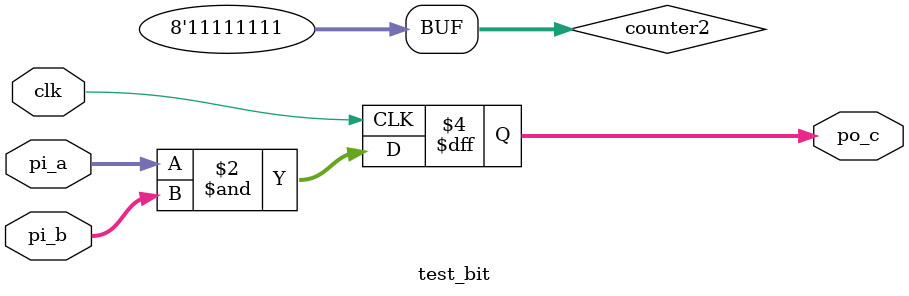
<source format=v>
module test_bit(
input wire clk,
input wire [1:0] pi_a,
input wire [2:0] pi_b,
output reg [3:0] po_c
	);

parameter W=15; //不能在接口里面使用parameter
reg [7:0] counter;
reg [7:0] counter2=8'd255;//8'hff //8'b1111_1111
//十进制 8'd81  十六进制 8'h51  二进制 8'b0101_0001
//255默认是32bit

//reg [3:0] 代表低四位  counter2=255;
//4'b1111 4'd15 4'hf

//reg [3:0] 代表低四位  counter2=81
//counter2=4'b0001; 4'd1 4'h1

wire [W:0] interface_a;

always @(posedge clk) begin
	po_c <= pi_a & pi_b;
end

endmodule
</source>
